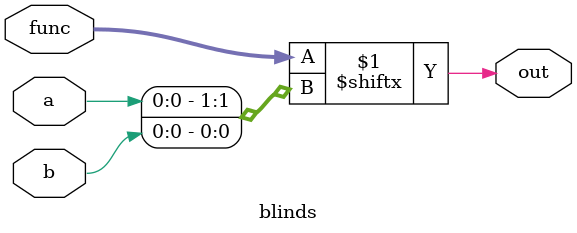
<source format=v>

`timescale 1ns / 100ps

module blinds(
    input a,
    input b,
    input [3:0] func,
    output wire out
    );
         
    assign out = func[{a,b}];

endmodule

</source>
